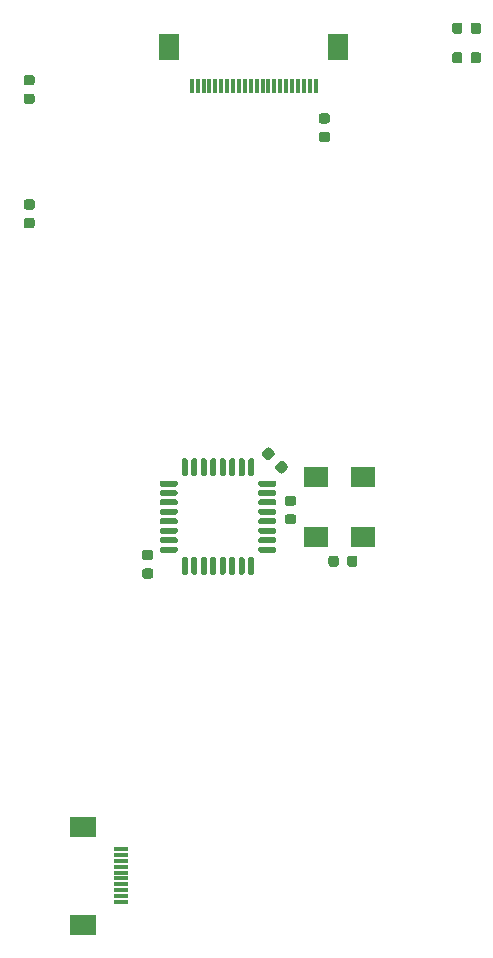
<source format=gbr>
G04 #@! TF.GenerationSoftware,KiCad,Pcbnew,5.1.6-c6e7f7d~87~ubuntu18.04.1*
G04 #@! TF.CreationDate,2020-07-31T23:24:34+02:00*
G04 #@! TF.ProjectId,HMI,484d492e-6b69-4636-9164-5f7063625858,rev?*
G04 #@! TF.SameCoordinates,Original*
G04 #@! TF.FileFunction,Paste,Bot*
G04 #@! TF.FilePolarity,Positive*
%FSLAX46Y46*%
G04 Gerber Fmt 4.6, Leading zero omitted, Abs format (unit mm)*
G04 Created by KiCad (PCBNEW 5.1.6-c6e7f7d~87~ubuntu18.04.1) date 2020-07-31 23:24:34*
%MOMM*%
%LPD*%
G01*
G04 APERTURE LIST*
%ADD10R,0.300000X1.300000*%
%ADD11R,1.800000X2.200000*%
%ADD12R,2.000000X1.800000*%
%ADD13R,1.300000X0.300000*%
%ADD14R,2.200000X1.800000*%
G04 APERTURE END LIST*
G36*
G01*
X162210000Y-44447750D02*
X162210000Y-44960250D01*
G75*
G02*
X161991250Y-45179000I-218750J0D01*
G01*
X161553750Y-45179000D01*
G75*
G02*
X161335000Y-44960250I0J218750D01*
G01*
X161335000Y-44447750D01*
G75*
G02*
X161553750Y-44229000I218750J0D01*
G01*
X161991250Y-44229000D01*
G75*
G02*
X162210000Y-44447750I0J-218750D01*
G01*
G37*
G36*
G01*
X163785000Y-44447750D02*
X163785000Y-44960250D01*
G75*
G02*
X163566250Y-45179000I-218750J0D01*
G01*
X163128750Y-45179000D01*
G75*
G02*
X162910000Y-44960250I0J218750D01*
G01*
X162910000Y-44447750D01*
G75*
G02*
X163128750Y-44229000I218750J0D01*
G01*
X163566250Y-44229000D01*
G75*
G02*
X163785000Y-44447750I0J-218750D01*
G01*
G37*
G36*
G01*
X162210000Y-41958550D02*
X162210000Y-42471050D01*
G75*
G02*
X161991250Y-42689800I-218750J0D01*
G01*
X161553750Y-42689800D01*
G75*
G02*
X161335000Y-42471050I0J218750D01*
G01*
X161335000Y-41958550D01*
G75*
G02*
X161553750Y-41739800I218750J0D01*
G01*
X161991250Y-41739800D01*
G75*
G02*
X162210000Y-41958550I0J-218750D01*
G01*
G37*
G36*
G01*
X163785000Y-41958550D02*
X163785000Y-42471050D01*
G75*
G02*
X163566250Y-42689800I-218750J0D01*
G01*
X163128750Y-42689800D01*
G75*
G02*
X162910000Y-42471050I0J218750D01*
G01*
X162910000Y-41958550D01*
G75*
G02*
X163128750Y-41739800I218750J0D01*
G01*
X163566250Y-41739800D01*
G75*
G02*
X163785000Y-41958550I0J-218750D01*
G01*
G37*
G36*
G01*
X146265061Y-78376769D02*
X145902669Y-78739162D01*
G75*
G02*
X145593309Y-78739162I-154680J154680D01*
G01*
X145283950Y-78429803D01*
G75*
G02*
X145283950Y-78120443I154680J154680D01*
G01*
X145646343Y-77758050D01*
G75*
G02*
X145955703Y-77758050I154680J-154680D01*
G01*
X146265062Y-78067409D01*
G75*
G02*
X146265062Y-78376769I-154680J-154680D01*
G01*
G37*
G36*
G01*
X147378755Y-79490463D02*
X147016363Y-79852856D01*
G75*
G02*
X146707003Y-79852856I-154680J154680D01*
G01*
X146397644Y-79543497D01*
G75*
G02*
X146397644Y-79234137I154680J154680D01*
G01*
X146760037Y-78871744D01*
G75*
G02*
X147069397Y-78871744I154680J-154680D01*
G01*
X147378756Y-79181103D01*
G75*
G02*
X147378756Y-79490463I-154680J-154680D01*
G01*
G37*
D10*
X149788800Y-47062000D03*
X149288800Y-47062000D03*
X148788800Y-47062000D03*
X148288800Y-47062000D03*
X147788800Y-47062000D03*
X147288800Y-47062000D03*
X146788800Y-47062000D03*
X146288800Y-47062000D03*
X145788800Y-47062000D03*
X145288800Y-47062000D03*
X144788800Y-47062000D03*
X144288800Y-47062000D03*
X143788800Y-47062000D03*
X143288800Y-47062000D03*
X142788800Y-47062000D03*
X142288800Y-47062000D03*
X141788800Y-47062000D03*
X141288800Y-47062000D03*
X140788800Y-47062000D03*
X140288800Y-47062000D03*
X139788800Y-47062000D03*
X139288800Y-47062000D03*
D11*
X137388800Y-43812000D03*
X151688800Y-43812000D03*
D12*
X149783800Y-80225900D03*
X149783800Y-85305900D03*
X153783800Y-85305900D03*
X153783800Y-80225900D03*
G36*
G01*
X144562800Y-78753300D02*
X144562800Y-80003300D01*
G75*
G02*
X144437800Y-80128300I-125000J0D01*
G01*
X144187800Y-80128300D01*
G75*
G02*
X144062800Y-80003300I0J125000D01*
G01*
X144062800Y-78753300D01*
G75*
G02*
X144187800Y-78628300I125000J0D01*
G01*
X144437800Y-78628300D01*
G75*
G02*
X144562800Y-78753300I0J-125000D01*
G01*
G37*
G36*
G01*
X143762800Y-78753300D02*
X143762800Y-80003300D01*
G75*
G02*
X143637800Y-80128300I-125000J0D01*
G01*
X143387800Y-80128300D01*
G75*
G02*
X143262800Y-80003300I0J125000D01*
G01*
X143262800Y-78753300D01*
G75*
G02*
X143387800Y-78628300I125000J0D01*
G01*
X143637800Y-78628300D01*
G75*
G02*
X143762800Y-78753300I0J-125000D01*
G01*
G37*
G36*
G01*
X142962800Y-78753300D02*
X142962800Y-80003300D01*
G75*
G02*
X142837800Y-80128300I-125000J0D01*
G01*
X142587800Y-80128300D01*
G75*
G02*
X142462800Y-80003300I0J125000D01*
G01*
X142462800Y-78753300D01*
G75*
G02*
X142587800Y-78628300I125000J0D01*
G01*
X142837800Y-78628300D01*
G75*
G02*
X142962800Y-78753300I0J-125000D01*
G01*
G37*
G36*
G01*
X142162800Y-78753300D02*
X142162800Y-80003300D01*
G75*
G02*
X142037800Y-80128300I-125000J0D01*
G01*
X141787800Y-80128300D01*
G75*
G02*
X141662800Y-80003300I0J125000D01*
G01*
X141662800Y-78753300D01*
G75*
G02*
X141787800Y-78628300I125000J0D01*
G01*
X142037800Y-78628300D01*
G75*
G02*
X142162800Y-78753300I0J-125000D01*
G01*
G37*
G36*
G01*
X141362800Y-78753300D02*
X141362800Y-80003300D01*
G75*
G02*
X141237800Y-80128300I-125000J0D01*
G01*
X140987800Y-80128300D01*
G75*
G02*
X140862800Y-80003300I0J125000D01*
G01*
X140862800Y-78753300D01*
G75*
G02*
X140987800Y-78628300I125000J0D01*
G01*
X141237800Y-78628300D01*
G75*
G02*
X141362800Y-78753300I0J-125000D01*
G01*
G37*
G36*
G01*
X140562800Y-78753300D02*
X140562800Y-80003300D01*
G75*
G02*
X140437800Y-80128300I-125000J0D01*
G01*
X140187800Y-80128300D01*
G75*
G02*
X140062800Y-80003300I0J125000D01*
G01*
X140062800Y-78753300D01*
G75*
G02*
X140187800Y-78628300I125000J0D01*
G01*
X140437800Y-78628300D01*
G75*
G02*
X140562800Y-78753300I0J-125000D01*
G01*
G37*
G36*
G01*
X139762800Y-78753300D02*
X139762800Y-80003300D01*
G75*
G02*
X139637800Y-80128300I-125000J0D01*
G01*
X139387800Y-80128300D01*
G75*
G02*
X139262800Y-80003300I0J125000D01*
G01*
X139262800Y-78753300D01*
G75*
G02*
X139387800Y-78628300I125000J0D01*
G01*
X139637800Y-78628300D01*
G75*
G02*
X139762800Y-78753300I0J-125000D01*
G01*
G37*
G36*
G01*
X138962800Y-78753300D02*
X138962800Y-80003300D01*
G75*
G02*
X138837800Y-80128300I-125000J0D01*
G01*
X138587800Y-80128300D01*
G75*
G02*
X138462800Y-80003300I0J125000D01*
G01*
X138462800Y-78753300D01*
G75*
G02*
X138587800Y-78628300I125000J0D01*
G01*
X138837800Y-78628300D01*
G75*
G02*
X138962800Y-78753300I0J-125000D01*
G01*
G37*
G36*
G01*
X138087800Y-80628300D02*
X138087800Y-80878300D01*
G75*
G02*
X137962800Y-81003300I-125000J0D01*
G01*
X136712800Y-81003300D01*
G75*
G02*
X136587800Y-80878300I0J125000D01*
G01*
X136587800Y-80628300D01*
G75*
G02*
X136712800Y-80503300I125000J0D01*
G01*
X137962800Y-80503300D01*
G75*
G02*
X138087800Y-80628300I0J-125000D01*
G01*
G37*
G36*
G01*
X138087800Y-81428300D02*
X138087800Y-81678300D01*
G75*
G02*
X137962800Y-81803300I-125000J0D01*
G01*
X136712800Y-81803300D01*
G75*
G02*
X136587800Y-81678300I0J125000D01*
G01*
X136587800Y-81428300D01*
G75*
G02*
X136712800Y-81303300I125000J0D01*
G01*
X137962800Y-81303300D01*
G75*
G02*
X138087800Y-81428300I0J-125000D01*
G01*
G37*
G36*
G01*
X138087800Y-82228300D02*
X138087800Y-82478300D01*
G75*
G02*
X137962800Y-82603300I-125000J0D01*
G01*
X136712800Y-82603300D01*
G75*
G02*
X136587800Y-82478300I0J125000D01*
G01*
X136587800Y-82228300D01*
G75*
G02*
X136712800Y-82103300I125000J0D01*
G01*
X137962800Y-82103300D01*
G75*
G02*
X138087800Y-82228300I0J-125000D01*
G01*
G37*
G36*
G01*
X138087800Y-83028300D02*
X138087800Y-83278300D01*
G75*
G02*
X137962800Y-83403300I-125000J0D01*
G01*
X136712800Y-83403300D01*
G75*
G02*
X136587800Y-83278300I0J125000D01*
G01*
X136587800Y-83028300D01*
G75*
G02*
X136712800Y-82903300I125000J0D01*
G01*
X137962800Y-82903300D01*
G75*
G02*
X138087800Y-83028300I0J-125000D01*
G01*
G37*
G36*
G01*
X138087800Y-83828300D02*
X138087800Y-84078300D01*
G75*
G02*
X137962800Y-84203300I-125000J0D01*
G01*
X136712800Y-84203300D01*
G75*
G02*
X136587800Y-84078300I0J125000D01*
G01*
X136587800Y-83828300D01*
G75*
G02*
X136712800Y-83703300I125000J0D01*
G01*
X137962800Y-83703300D01*
G75*
G02*
X138087800Y-83828300I0J-125000D01*
G01*
G37*
G36*
G01*
X138087800Y-84628300D02*
X138087800Y-84878300D01*
G75*
G02*
X137962800Y-85003300I-125000J0D01*
G01*
X136712800Y-85003300D01*
G75*
G02*
X136587800Y-84878300I0J125000D01*
G01*
X136587800Y-84628300D01*
G75*
G02*
X136712800Y-84503300I125000J0D01*
G01*
X137962800Y-84503300D01*
G75*
G02*
X138087800Y-84628300I0J-125000D01*
G01*
G37*
G36*
G01*
X138087800Y-85428300D02*
X138087800Y-85678300D01*
G75*
G02*
X137962800Y-85803300I-125000J0D01*
G01*
X136712800Y-85803300D01*
G75*
G02*
X136587800Y-85678300I0J125000D01*
G01*
X136587800Y-85428300D01*
G75*
G02*
X136712800Y-85303300I125000J0D01*
G01*
X137962800Y-85303300D01*
G75*
G02*
X138087800Y-85428300I0J-125000D01*
G01*
G37*
G36*
G01*
X138087800Y-86228300D02*
X138087800Y-86478300D01*
G75*
G02*
X137962800Y-86603300I-125000J0D01*
G01*
X136712800Y-86603300D01*
G75*
G02*
X136587800Y-86478300I0J125000D01*
G01*
X136587800Y-86228300D01*
G75*
G02*
X136712800Y-86103300I125000J0D01*
G01*
X137962800Y-86103300D01*
G75*
G02*
X138087800Y-86228300I0J-125000D01*
G01*
G37*
G36*
G01*
X138962800Y-87103300D02*
X138962800Y-88353300D01*
G75*
G02*
X138837800Y-88478300I-125000J0D01*
G01*
X138587800Y-88478300D01*
G75*
G02*
X138462800Y-88353300I0J125000D01*
G01*
X138462800Y-87103300D01*
G75*
G02*
X138587800Y-86978300I125000J0D01*
G01*
X138837800Y-86978300D01*
G75*
G02*
X138962800Y-87103300I0J-125000D01*
G01*
G37*
G36*
G01*
X139762800Y-87103300D02*
X139762800Y-88353300D01*
G75*
G02*
X139637800Y-88478300I-125000J0D01*
G01*
X139387800Y-88478300D01*
G75*
G02*
X139262800Y-88353300I0J125000D01*
G01*
X139262800Y-87103300D01*
G75*
G02*
X139387800Y-86978300I125000J0D01*
G01*
X139637800Y-86978300D01*
G75*
G02*
X139762800Y-87103300I0J-125000D01*
G01*
G37*
G36*
G01*
X140562800Y-87103300D02*
X140562800Y-88353300D01*
G75*
G02*
X140437800Y-88478300I-125000J0D01*
G01*
X140187800Y-88478300D01*
G75*
G02*
X140062800Y-88353300I0J125000D01*
G01*
X140062800Y-87103300D01*
G75*
G02*
X140187800Y-86978300I125000J0D01*
G01*
X140437800Y-86978300D01*
G75*
G02*
X140562800Y-87103300I0J-125000D01*
G01*
G37*
G36*
G01*
X141362800Y-87103300D02*
X141362800Y-88353300D01*
G75*
G02*
X141237800Y-88478300I-125000J0D01*
G01*
X140987800Y-88478300D01*
G75*
G02*
X140862800Y-88353300I0J125000D01*
G01*
X140862800Y-87103300D01*
G75*
G02*
X140987800Y-86978300I125000J0D01*
G01*
X141237800Y-86978300D01*
G75*
G02*
X141362800Y-87103300I0J-125000D01*
G01*
G37*
G36*
G01*
X142162800Y-87103300D02*
X142162800Y-88353300D01*
G75*
G02*
X142037800Y-88478300I-125000J0D01*
G01*
X141787800Y-88478300D01*
G75*
G02*
X141662800Y-88353300I0J125000D01*
G01*
X141662800Y-87103300D01*
G75*
G02*
X141787800Y-86978300I125000J0D01*
G01*
X142037800Y-86978300D01*
G75*
G02*
X142162800Y-87103300I0J-125000D01*
G01*
G37*
G36*
G01*
X142962800Y-87103300D02*
X142962800Y-88353300D01*
G75*
G02*
X142837800Y-88478300I-125000J0D01*
G01*
X142587800Y-88478300D01*
G75*
G02*
X142462800Y-88353300I0J125000D01*
G01*
X142462800Y-87103300D01*
G75*
G02*
X142587800Y-86978300I125000J0D01*
G01*
X142837800Y-86978300D01*
G75*
G02*
X142962800Y-87103300I0J-125000D01*
G01*
G37*
G36*
G01*
X143762800Y-87103300D02*
X143762800Y-88353300D01*
G75*
G02*
X143637800Y-88478300I-125000J0D01*
G01*
X143387800Y-88478300D01*
G75*
G02*
X143262800Y-88353300I0J125000D01*
G01*
X143262800Y-87103300D01*
G75*
G02*
X143387800Y-86978300I125000J0D01*
G01*
X143637800Y-86978300D01*
G75*
G02*
X143762800Y-87103300I0J-125000D01*
G01*
G37*
G36*
G01*
X144562800Y-87103300D02*
X144562800Y-88353300D01*
G75*
G02*
X144437800Y-88478300I-125000J0D01*
G01*
X144187800Y-88478300D01*
G75*
G02*
X144062800Y-88353300I0J125000D01*
G01*
X144062800Y-87103300D01*
G75*
G02*
X144187800Y-86978300I125000J0D01*
G01*
X144437800Y-86978300D01*
G75*
G02*
X144562800Y-87103300I0J-125000D01*
G01*
G37*
G36*
G01*
X146437800Y-86228300D02*
X146437800Y-86478300D01*
G75*
G02*
X146312800Y-86603300I-125000J0D01*
G01*
X145062800Y-86603300D01*
G75*
G02*
X144937800Y-86478300I0J125000D01*
G01*
X144937800Y-86228300D01*
G75*
G02*
X145062800Y-86103300I125000J0D01*
G01*
X146312800Y-86103300D01*
G75*
G02*
X146437800Y-86228300I0J-125000D01*
G01*
G37*
G36*
G01*
X146437800Y-85428300D02*
X146437800Y-85678300D01*
G75*
G02*
X146312800Y-85803300I-125000J0D01*
G01*
X145062800Y-85803300D01*
G75*
G02*
X144937800Y-85678300I0J125000D01*
G01*
X144937800Y-85428300D01*
G75*
G02*
X145062800Y-85303300I125000J0D01*
G01*
X146312800Y-85303300D01*
G75*
G02*
X146437800Y-85428300I0J-125000D01*
G01*
G37*
G36*
G01*
X146437800Y-84628300D02*
X146437800Y-84878300D01*
G75*
G02*
X146312800Y-85003300I-125000J0D01*
G01*
X145062800Y-85003300D01*
G75*
G02*
X144937800Y-84878300I0J125000D01*
G01*
X144937800Y-84628300D01*
G75*
G02*
X145062800Y-84503300I125000J0D01*
G01*
X146312800Y-84503300D01*
G75*
G02*
X146437800Y-84628300I0J-125000D01*
G01*
G37*
G36*
G01*
X146437800Y-83828300D02*
X146437800Y-84078300D01*
G75*
G02*
X146312800Y-84203300I-125000J0D01*
G01*
X145062800Y-84203300D01*
G75*
G02*
X144937800Y-84078300I0J125000D01*
G01*
X144937800Y-83828300D01*
G75*
G02*
X145062800Y-83703300I125000J0D01*
G01*
X146312800Y-83703300D01*
G75*
G02*
X146437800Y-83828300I0J-125000D01*
G01*
G37*
G36*
G01*
X146437800Y-83028300D02*
X146437800Y-83278300D01*
G75*
G02*
X146312800Y-83403300I-125000J0D01*
G01*
X145062800Y-83403300D01*
G75*
G02*
X144937800Y-83278300I0J125000D01*
G01*
X144937800Y-83028300D01*
G75*
G02*
X145062800Y-82903300I125000J0D01*
G01*
X146312800Y-82903300D01*
G75*
G02*
X146437800Y-83028300I0J-125000D01*
G01*
G37*
G36*
G01*
X146437800Y-82228300D02*
X146437800Y-82478300D01*
G75*
G02*
X146312800Y-82603300I-125000J0D01*
G01*
X145062800Y-82603300D01*
G75*
G02*
X144937800Y-82478300I0J125000D01*
G01*
X144937800Y-82228300D01*
G75*
G02*
X145062800Y-82103300I125000J0D01*
G01*
X146312800Y-82103300D01*
G75*
G02*
X146437800Y-82228300I0J-125000D01*
G01*
G37*
G36*
G01*
X146437800Y-81428300D02*
X146437800Y-81678300D01*
G75*
G02*
X146312800Y-81803300I-125000J0D01*
G01*
X145062800Y-81803300D01*
G75*
G02*
X144937800Y-81678300I0J125000D01*
G01*
X144937800Y-81428300D01*
G75*
G02*
X145062800Y-81303300I125000J0D01*
G01*
X146312800Y-81303300D01*
G75*
G02*
X146437800Y-81428300I0J-125000D01*
G01*
G37*
G36*
G01*
X146437800Y-80628300D02*
X146437800Y-80878300D01*
G75*
G02*
X146312800Y-81003300I-125000J0D01*
G01*
X145062800Y-81003300D01*
G75*
G02*
X144937800Y-80878300I0J125000D01*
G01*
X144937800Y-80628300D01*
G75*
G02*
X145062800Y-80503300I125000J0D01*
G01*
X146312800Y-80503300D01*
G75*
G02*
X146437800Y-80628300I0J-125000D01*
G01*
G37*
G36*
G01*
X125783050Y-47046400D02*
X125270550Y-47046400D01*
G75*
G02*
X125051800Y-46827650I0J218750D01*
G01*
X125051800Y-46390150D01*
G75*
G02*
X125270550Y-46171400I218750J0D01*
G01*
X125783050Y-46171400D01*
G75*
G02*
X126001800Y-46390150I0J-218750D01*
G01*
X126001800Y-46827650D01*
G75*
G02*
X125783050Y-47046400I-218750J0D01*
G01*
G37*
G36*
G01*
X125783050Y-48621400D02*
X125270550Y-48621400D01*
G75*
G02*
X125051800Y-48402650I0J218750D01*
G01*
X125051800Y-47965150D01*
G75*
G02*
X125270550Y-47746400I218750J0D01*
G01*
X125783050Y-47746400D01*
G75*
G02*
X126001800Y-47965150I0J-218750D01*
G01*
X126001800Y-48402650D01*
G75*
G02*
X125783050Y-48621400I-218750J0D01*
G01*
G37*
G36*
G01*
X125783050Y-57562000D02*
X125270550Y-57562000D01*
G75*
G02*
X125051800Y-57343250I0J218750D01*
G01*
X125051800Y-56905750D01*
G75*
G02*
X125270550Y-56687000I218750J0D01*
G01*
X125783050Y-56687000D01*
G75*
G02*
X126001800Y-56905750I0J-218750D01*
G01*
X126001800Y-57343250D01*
G75*
G02*
X125783050Y-57562000I-218750J0D01*
G01*
G37*
G36*
G01*
X125783050Y-59137000D02*
X125270550Y-59137000D01*
G75*
G02*
X125051800Y-58918250I0J218750D01*
G01*
X125051800Y-58480750D01*
G75*
G02*
X125270550Y-58262000I218750J0D01*
G01*
X125783050Y-58262000D01*
G75*
G02*
X126001800Y-58480750I0J-218750D01*
G01*
X126001800Y-58918250D01*
G75*
G02*
X125783050Y-59137000I-218750J0D01*
G01*
G37*
G36*
G01*
X150776650Y-50272300D02*
X150264150Y-50272300D01*
G75*
G02*
X150045400Y-50053550I0J218750D01*
G01*
X150045400Y-49616050D01*
G75*
G02*
X150264150Y-49397300I218750J0D01*
G01*
X150776650Y-49397300D01*
G75*
G02*
X150995400Y-49616050I0J-218750D01*
G01*
X150995400Y-50053550D01*
G75*
G02*
X150776650Y-50272300I-218750J0D01*
G01*
G37*
G36*
G01*
X150776650Y-51847300D02*
X150264150Y-51847300D01*
G75*
G02*
X150045400Y-51628550I0J218750D01*
G01*
X150045400Y-51191050D01*
G75*
G02*
X150264150Y-50972300I218750J0D01*
G01*
X150776650Y-50972300D01*
G75*
G02*
X150995400Y-51191050I0J-218750D01*
G01*
X150995400Y-51628550D01*
G75*
G02*
X150776650Y-51847300I-218750J0D01*
G01*
G37*
G36*
G01*
X147906450Y-82644400D02*
X147393950Y-82644400D01*
G75*
G02*
X147175200Y-82425650I0J218750D01*
G01*
X147175200Y-81988150D01*
G75*
G02*
X147393950Y-81769400I218750J0D01*
G01*
X147906450Y-81769400D01*
G75*
G02*
X148125200Y-81988150I0J-218750D01*
G01*
X148125200Y-82425650D01*
G75*
G02*
X147906450Y-82644400I-218750J0D01*
G01*
G37*
G36*
G01*
X147906450Y-84219400D02*
X147393950Y-84219400D01*
G75*
G02*
X147175200Y-84000650I0J218750D01*
G01*
X147175200Y-83563150D01*
G75*
G02*
X147393950Y-83344400I218750J0D01*
G01*
X147906450Y-83344400D01*
G75*
G02*
X148125200Y-83563150I0J-218750D01*
G01*
X148125200Y-84000650D01*
G75*
G02*
X147906450Y-84219400I-218750J0D01*
G01*
G37*
D13*
X133298000Y-111691500D03*
X133298000Y-112191500D03*
X133298000Y-112691500D03*
X133298000Y-113191500D03*
X133298000Y-113691500D03*
X133298000Y-114191500D03*
X133298000Y-114691500D03*
X133298000Y-115191500D03*
X133298000Y-115691500D03*
X133298000Y-116191500D03*
D14*
X130048000Y-118091500D03*
X130048000Y-109791500D03*
G36*
G01*
X135303550Y-87941900D02*
X135816050Y-87941900D01*
G75*
G02*
X136034800Y-88160650I0J-218750D01*
G01*
X136034800Y-88598150D01*
G75*
G02*
X135816050Y-88816900I-218750J0D01*
G01*
X135303550Y-88816900D01*
G75*
G02*
X135084800Y-88598150I0J218750D01*
G01*
X135084800Y-88160650D01*
G75*
G02*
X135303550Y-87941900I218750J0D01*
G01*
G37*
G36*
G01*
X135303550Y-86366900D02*
X135816050Y-86366900D01*
G75*
G02*
X136034800Y-86585650I0J-218750D01*
G01*
X136034800Y-87023150D01*
G75*
G02*
X135816050Y-87241900I-218750J0D01*
G01*
X135303550Y-87241900D01*
G75*
G02*
X135084800Y-87023150I0J218750D01*
G01*
X135084800Y-86585650D01*
G75*
G02*
X135303550Y-86366900I218750J0D01*
G01*
G37*
G36*
G01*
X152445300Y-87594150D02*
X152445300Y-87081650D01*
G75*
G02*
X152664050Y-86862900I218750J0D01*
G01*
X153101550Y-86862900D01*
G75*
G02*
X153320300Y-87081650I0J-218750D01*
G01*
X153320300Y-87594150D01*
G75*
G02*
X153101550Y-87812900I-218750J0D01*
G01*
X152664050Y-87812900D01*
G75*
G02*
X152445300Y-87594150I0J218750D01*
G01*
G37*
G36*
G01*
X150870300Y-87594150D02*
X150870300Y-87081650D01*
G75*
G02*
X151089050Y-86862900I218750J0D01*
G01*
X151526550Y-86862900D01*
G75*
G02*
X151745300Y-87081650I0J-218750D01*
G01*
X151745300Y-87594150D01*
G75*
G02*
X151526550Y-87812900I-218750J0D01*
G01*
X151089050Y-87812900D01*
G75*
G02*
X150870300Y-87594150I0J218750D01*
G01*
G37*
M02*

</source>
